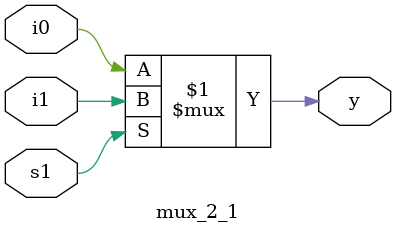
<source format=v>
module mux_2_1(
  input s1,i0, i1,
 output reg y);
  assign y = s1 ? i1 : i0;
endmodule

</source>
